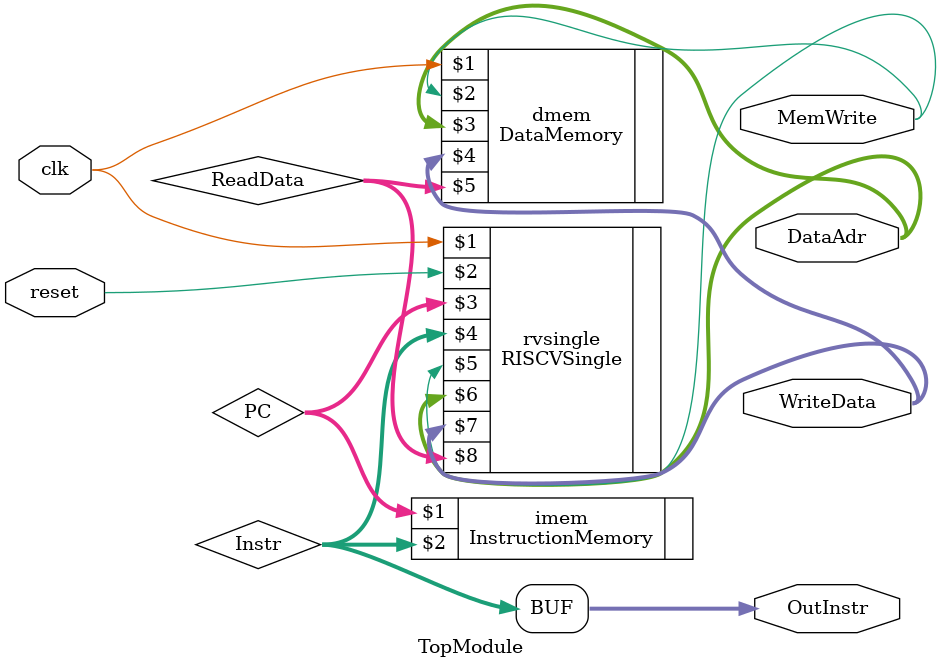
<source format=sv>
module TopModule (
    input logic clk, reset,
    output logic [31:0] WriteData, DataAdr, OutInstr,
    output logic MemWrite
);
    logic [31:0] PC, Instr, ReadData;

    RISCVSingle rvsingle(clk, reset, PC, Instr, MemWrite, DataAdr, WriteData, ReadData);
    InstructionMemory imem(PC, Instr);
    DataMemory dmem(clk, MemWrite, DataAdr, WriteData, ReadData);

	 assign OutInstr = Instr;

endmodule
</source>
